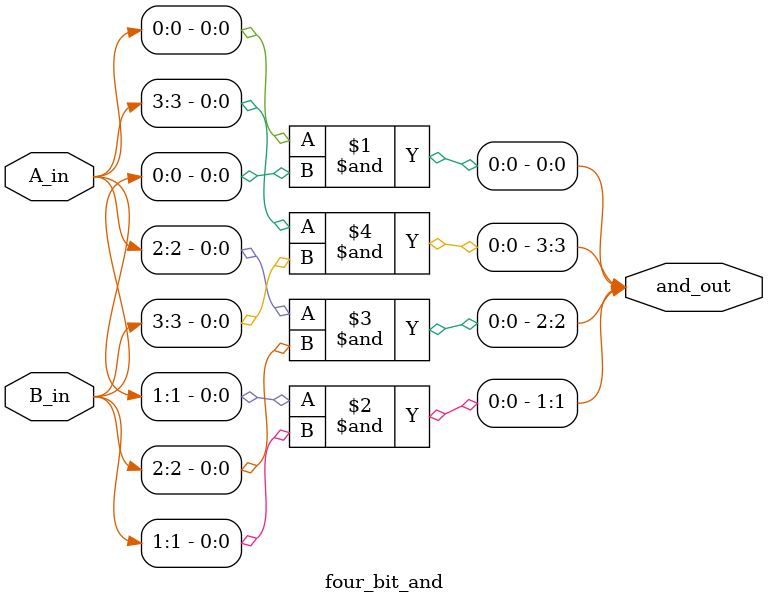
<source format=v>
`timescale 1ns / 1ps


module four_bit_and(
    input [3:0] A_in,
    input [3:0] B_in,
    output [3:0] and_out
    );
    
    and g1(and_out[0],A_in[0],B_in[0]);

    and g2(and_out[1],A_in[1],B_in[1]);

    and g3(and_out[2],A_in[2],B_in[2]);

    and g4(and_out[3],A_in[3],B_in[3]);

endmodule

</source>
